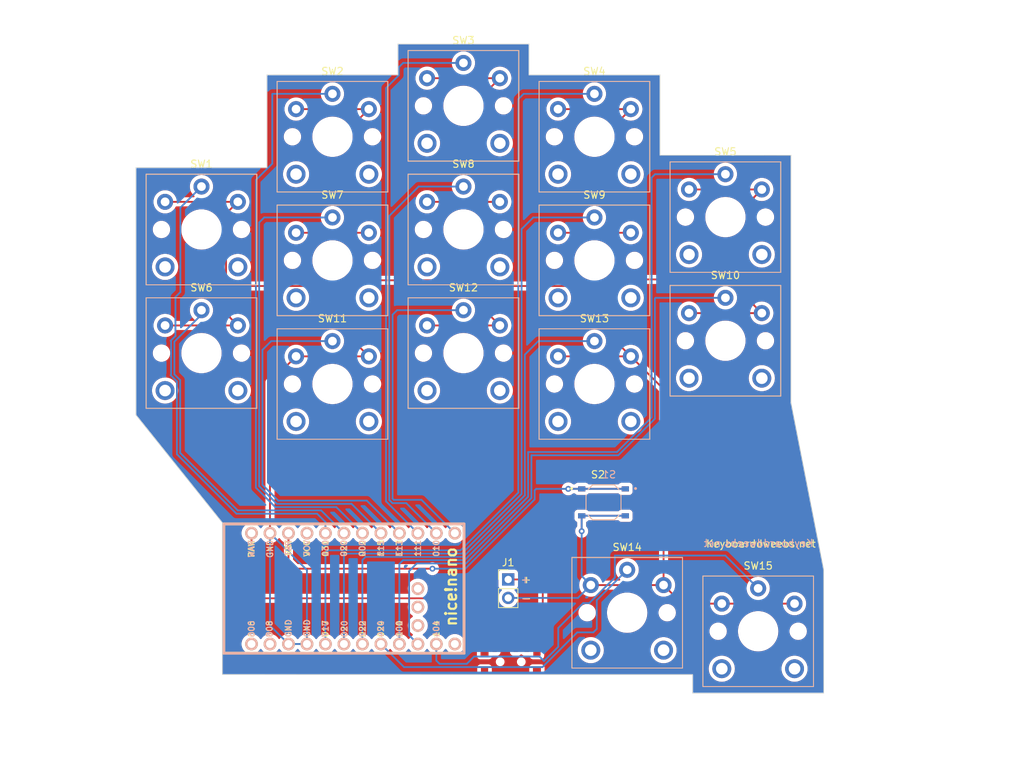
<source format=kicad_pcb>
(kicad_pcb (version 20221018) (generator pcbnew)
  (layers (0 "F.Cu" signal) (31 "B.Cu" signal) (34 "B.Paste" user) (35 "F.Paste" user) (36 "B.SilkS" user "B.Silkscreen") (37 "F.SilkS" user "F.Silkscreen") (38 "B.Mask" user) (39 "F.Mask" user) (44 "Edge.Cuts" user))
  (net 0 "")
  (net 5 "GND")
  (net 9 "SW1")
  (net 10 "SW2")
  (net 11 "SW3")
  (net 12 "SW4")
  (net 13 "SW5")
  (net 14 "SW6")
  (net 15 "SW7")
  (net 16 "SW8")
  (net 17 "SW9")
  (net 18 "SW10")
  (net 19 "SW11")
  (net 20 "SW12")
  (net 21 "SW13")
  (net 22 "SW14")
  (net 23 "SW15")
  (net 24 "batin")
  (net 25 "bat")
  (net 26 "nil")
  (net 27 "RST")
  (footprint "PCM_Switch_Keyboard_Kailh:SW_Kailh_Choc_V1V2_1.00u - Reversable" (layer "F.Cu") (at 106.392 81.76)
    (fp_text reference "SW11" (at 0 -9) (layer "F.SilkS"))
    (fp_text value "SW_PUSH")
    (pad "" np_thru_hole circle (at -5.5 0) (size 1.9 1.9) (drill 1.9) (layers "*.Cu" "*.Mask"))
    (pad "" thru_hole circle (at -5 5.15) (size 2.6 2.6) (drill 1.6) (layers "*.Cu" "*.Mask"))
    (pad "" np_thru_hole circle (at 0 0) (size 5.05 5.05) (drill 5.05) (layers "*.Cu" "*.Mask"))
    (pad "" thru_hole circle (at 5 5.15) (size 2.6 2.6) (drill 1.6) (layers "*.Cu" "*.Mask"))
    (pad "" np_thru_hole circle (at 5.5 0) (size 1.9 1.9) (drill 1.9) (layers "*.Cu" "*.Mask"))
    (pad "1" thru_hole circle (at 0 -5.9) (size 2.2 2.2) (drill 1.2) (layers "*.Cu" "*.Mask") (net 19 "SW11"))
    (pad "2" thru_hole circle (at -5 -3.8) (size 2.2 2.2) (drill 1.2) (layers "*.Cu" "*.Mask") (net 5 "GND"))
    (pad "2" thru_hole circle (at 5 -3.8) (size 2.2 2.2) (drill 1.2) (layers "*.Cu" "*.Mask") (net 5 "GND"))
  )
  (footprint "PCM_Switch_Keyboard_Kailh:SW_Kailh_Choc_V1V2_1.00u - Reversable" (layer "F.Cu") (at 124.392 60.51)
    (fp_text reference "SW8" (at 0 -9) (layer "F.SilkS"))
    (fp_text value "SW_PUSH")
    (pad "" np_thru_hole circle (at -5.5 0) (size 1.9 1.9) (drill 1.9) (layers "*.Cu" "*.Mask"))
    (pad "" thru_hole circle (at -5 5.15) (size 2.6 2.6) (drill 1.6) (layers "*.Cu" "*.Mask"))
    (pad "" np_thru_hole circle (at 0 0) (size 5.05 5.05) (drill 5.05) (layers "*.Cu" "*.Mask"))
    (pad "" thru_hole circle (at 5 5.15) (size 2.6 2.6) (drill 1.6) (layers "*.Cu" "*.Mask"))
    (pad "" np_thru_hole circle (at 5.5 0) (size 1.9 1.9) (drill 1.9) (layers "*.Cu" "*.Mask"))
    (pad "1" thru_hole circle (at 0 -5.9) (size 2.2 2.2) (drill 1.2) (layers "*.Cu" "*.Mask") (net 16 "SW8"))
    (pad "2" thru_hole circle (at -5 -3.8) (size 2.2 2.2) (drill 1.2) (layers "*.Cu" "*.Mask") (net 5 "GND"))
    (pad "2" thru_hole circle (at 5 -3.8) (size 2.2 2.2) (drill 1.2) (layers "*.Cu" "*.Mask") (net 5 "GND"))
  )
  (footprint "Connector_PinHeader_2.54mm:PinHeader_1x02_P2.54mm_Vertical" (layer "F.Cu") (at 130.54 108.635)
    (fp_text reference "J1" (at 0 -2.33) (layer "F.SilkS"))
    (fp_text value "Conn_01x02")
    (pad "1" thru_hole rect (at 0 0) (size 1.7 1.7) (drill 1) (layers "*.Cu" "*.Mask") (net 25 "bat"))
    (pad "2" thru_hole oval (at 0 2.54) (size 1.7 1.7) (drill 1) (layers "*.Cu" "*.Mask") (net 5 "GND"))
  )
  (footprint "PCM_Switch_Keyboard_Kailh:SW_Kailh_Choc_V1V2_1.00u - Reversable" (layer "F.Cu") (at 124.392 43.51)
    (fp_text reference "SW3" (at 0 -9) (layer "F.SilkS"))
    (fp_text value "SW_PUSH")
    (pad "" np_thru_hole circle (at -5.5 0) (size 1.9 1.9) (drill 1.9) (layers "*.Cu" "*.Mask"))
    (pad "" thru_hole circle (at -5 5.15) (size 2.6 2.6) (drill 1.6) (layers "*.Cu" "*.Mask"))
    (pad "" np_thru_hole circle (at 0 0) (size 5.05 5.05) (drill 5.05) (layers "*.Cu" "*.Mask"))
    (pad "" thru_hole circle (at 5 5.15) (size 2.6 2.6) (drill 1.6) (layers "*.Cu" "*.Mask"))
    (pad "" np_thru_hole circle (at 5.5 0) (size 1.9 1.9) (drill 1.9) (layers "*.Cu" "*.Mask"))
    (pad "1" thru_hole circle (at 0 -5.9) (size 2.2 2.2) (drill 1.2) (layers "*.Cu" "*.Mask") (net 11 "SW3"))
    (pad "2" thru_hole circle (at -5 -3.8) (size 2.2 2.2) (drill 1.2) (layers "*.Cu" "*.Mask") (net 5 "GND"))
    (pad "2" thru_hole circle (at 5 -3.8) (size 2.2 2.2) (drill 1.2) (layers "*.Cu" "*.Mask") (net 5 "GND"))
  )
  (footprint "PCM_Switch_Keyboard_Kailh:SW_Kailh_Choc_V1V2_1.00u - Reversable" (layer "F.Cu") (at 160.392 75.81)
    (fp_text reference "SW10" (at 0 -9) (layer "F.SilkS"))
    (fp_text value "SW_PUSH")
    (pad "" np_thru_hole circle (at -5.5 0) (size 1.9 1.9) (drill 1.9) (layers "*.Cu" "*.Mask"))
    (pad "" thru_hole circle (at -5 5.15) (size 2.6 2.6) (drill 1.6) (layers "*.Cu" "*.Mask"))
    (pad "" np_thru_hole circle (at 0 0) (size 5.05 5.05) (drill 5.05) (layers "*.Cu" "*.Mask"))
    (pad "" thru_hole circle (at 5 5.15) (size 2.6 2.6) (drill 1.6) (layers "*.Cu" "*.Mask"))
    (pad "" np_thru_hole circle (at 5.5 0) (size 1.9 1.9) (drill 1.9) (layers "*.Cu" "*.Mask"))
    (pad "1" thru_hole circle (at 0 -5.9) (size 2.2 2.2) (drill 1.2) (layers "*.Cu" "*.Mask") (net 18 "SW10"))
    (pad "2" thru_hole circle (at -5 -3.8) (size 2.2 2.2) (drill 1.2) (layers "*.Cu" "*.Mask") (net 5 "GND"))
    (pad "2" thru_hole circle (at 5 -3.8) (size 2.2 2.2) (drill 1.2) (layers "*.Cu" "*.Mask") (net 5 "GND"))
  )
  (footprint "PCM_Switch_Keyboard_Kailh:SW_Kailh_Choc_V1V2_1.00u - Reversable" (layer "F.Cu") (at 106.392 64.76)
    (fp_text reference "SW7" (at 0 -9) (layer "F.SilkS"))
    (fp_text value "SW_PUSH")
    (pad "" np_thru_hole circle (at -5.5 0) (size 1.9 1.9) (drill 1.9) (layers "*.Cu" "*.Mask"))
    (pad "" thru_hole circle (at -5 5.15) (size 2.6 2.6) (drill 1.6) (layers "*.Cu" "*.Mask"))
    (pad "" np_thru_hole circle (at 0 0) (size 5.05 5.05) (drill 5.05) (layers "*.Cu" "*.Mask"))
    (pad "" thru_hole circle (at 5 5.15) (size 2.6 2.6) (drill 1.6) (layers "*.Cu" "*.Mask"))
    (pad "" np_thru_hole circle (at 5.5 0) (size 1.9 1.9) (drill 1.9) (layers "*.Cu" "*.Mask"))
    (pad "1" thru_hole circle (at 0 -5.9) (size 2.2 2.2) (drill 1.2) (layers "*.Cu" "*.Mask") (net 15 "SW7"))
    (pad "2" thru_hole circle (at -5 -3.8) (size 2.2 2.2) (drill 1.2) (layers "*.Cu" "*.Mask") (net 5 "GND"))
    (pad "2" thru_hole circle (at 5 -3.8) (size 2.2 2.2) (drill 1.2) (layers "*.Cu" "*.Mask") (net 5 "GND"))
  )
  (footprint "PCM_Switch_Keyboard_Kailh:SW_Kailh_Choc_V1V2_1.00u - Reversable" (layer "F.Cu") (at 142.392 81.76)
    (fp_text reference "SW13" (at 0 -9) (layer "F.SilkS"))
    (fp_text value "SW_PUSH")
    (pad "" np_thru_hole circle (at -5.5 0) (size 1.9 1.9) (drill 1.9) (layers "*.Cu" "*.Mask"))
    (pad "" thru_hole circle (at -5 5.15) (size 2.6 2.6) (drill 1.6) (layers "*.Cu" "*.Mask"))
    (pad "" np_thru_hole circle (at 0 0) (size 5.05 5.05) (drill 5.05) (layers "*.Cu" "*.Mask"))
    (pad "" thru_hole circle (at 5 5.15) (size 2.6 2.6) (drill 1.6) (layers "*.Cu" "*.Mask"))
    (pad "" np_thru_hole circle (at 5.5 0) (size 1.9 1.9) (drill 1.9) (layers "*.Cu" "*.Mask"))
    (pad "1" thru_hole circle (at 0 -5.9) (size 2.2 2.2) (drill 1.2) (layers "*.Cu" "*.Mask") (net 21 "SW13"))
    (pad "2" thru_hole circle (at -5 -3.8) (size 2.2 2.2) (drill 1.2) (layers "*.Cu" "*.Mask") (net 5 "GND"))
    (pad "2" thru_hole circle (at 5 -3.8) (size 2.2 2.2) (drill 1.2) (layers "*.Cu" "*.Mask") (net 5 "GND"))
  )
  (footprint "PCM_Switch_Keyboard_Kailh:SW_Kailh_Choc_V1V2_1.00u - Reversable" (layer "F.Cu") (at 88.392 77.51)
    (fp_text reference "SW6" (at 0 -9) (layer "F.SilkS"))
    (fp_text value "SW_PUSH")
    (pad "" np_thru_hole circle (at -5.5 0) (size 1.9 1.9) (drill 1.9) (layers "*.Cu" "*.Mask"))
    (pad "" thru_hole circle (at -5 5.15) (size 2.6 2.6) (drill 1.6) (layers "*.Cu" "*.Mask"))
    (pad "" np_thru_hole circle (at 0 0) (size 5.05 5.05) (drill 5.05) (layers "*.Cu" "*.Mask"))
    (pad "" thru_hole circle (at 5 5.15) (size 2.6 2.6) (drill 1.6) (layers "*.Cu" "*.Mask"))
    (pad "" np_thru_hole circle (at 5.5 0) (size 1.9 1.9) (drill 1.9) (layers "*.Cu" "*.Mask"))
    (pad "1" thru_hole circle (at 0 -5.9) (size 2.2 2.2) (drill 1.2) (layers "*.Cu" "*.Mask") (net 14 "SW6"))
    (pad "2" thru_hole circle (at -5 -3.8) (size 2.2 2.2) (drill 1.2) (layers "*.Cu" "*.Mask") (net 5 "GND"))
    (pad "2" thru_hole circle (at 5 -3.8) (size 2.2 2.2) (drill 1.2) (layers "*.Cu" "*.Mask") (net 5 "GND"))
  )
  (footprint "PCM_Switch_Keyboard_Kailh:SW_Kailh_Choc_V1V2_1.00u - Reversable" (layer "F.Cu") (at 142.392 47.76)
    (fp_text reference "SW4" (at 0 -9) (layer "F.SilkS"))
    (fp_text value "SW_PUSH")
    (pad "" np_thru_hole circle (at -5.5 0) (size 1.9 1.9) (drill 1.9) (layers "*.Cu" "*.Mask"))
    (pad "" thru_hole circle (at -5 5.15) (size 2.6 2.6) (drill 1.6) (layers "*.Cu" "*.Mask"))
    (pad "" np_thru_hole circle (at 0 0) (size 5.05 5.05) (drill 5.05) (layers "*.Cu" "*.Mask"))
    (pad "" thru_hole circle (at 5 5.15) (size 2.6 2.6) (drill 1.6) (layers "*.Cu" "*.Mask"))
    (pad "" np_thru_hole circle (at 5.5 0) (size 1.9 1.9) (drill 1.9) (layers "*.Cu" "*.Mask"))
    (pad "1" thru_hole circle (at 0 -5.9) (size 2.2 2.2) (drill 1.2) (layers "*.Cu" "*.Mask") (net 12 "SW4"))
    (pad "2" thru_hole circle (at -5 -3.8) (size 2.2 2.2) (drill 1.2) (layers "*.Cu" "*.Mask") (net 5 "GND"))
    (pad "2" thru_hole circle (at 5 -3.8) (size 2.2 2.2) (drill 1.2) (layers "*.Cu" "*.Mask") (net 5 "GND"))
  )
  (footprint "PCM_Switch_Keyboard_Kailh:SW_Kailh_Choc_V1V2_1.00u - Reversable" (layer "F.Cu") (at 124.392 77.51)
    (fp_text reference "SW12" (at 0 -9) (layer "F.SilkS"))
    (fp_text value "SW_PUSH")
    (pad "" np_thru_hole circle (at -5.5 0) (size 1.9 1.9) (drill 1.9) (layers "*.Cu" "*.Mask"))
    (pad "" thru_hole circle (at -5 5.15) (size 2.6 2.6) (drill 1.6) (layers "*.Cu" "*.Mask"))
    (pad "" np_thru_hole circle (at 0 0) (size 5.05 5.05) (drill 5.05) (layers "*.Cu" "*.Mask"))
    (pad "" thru_hole circle (at 5 5.15) (size 2.6 2.6) (drill 1.6) (layers "*.Cu" "*.Mask"))
    (pad "" np_thru_hole circle (at 5.5 0) (size 1.9 1.9) (drill 1.9) (layers "*.Cu" "*.Mask"))
    (pad "1" thru_hole circle (at 0 -5.9) (size 2.2 2.2) (drill 1.2) (layers "*.Cu" "*.Mask") (net 20 "SW12"))
    (pad "2" thru_hole circle (at -5 -3.8) (size 2.2 2.2) (drill 1.2) (layers "*.Cu" "*.Mask") (net 5 "GND"))
    (pad "2" thru_hole circle (at 5 -3.8) (size 2.2 2.2) (drill 1.2) (layers "*.Cu" "*.Mask") (net 5 "GND"))
  )
  (footprint "n!n:nice_nano" (layer "F.Cu") (at 109.23675 109.89)
    (fp_text reference "U1" hide)
    (fp_text value "nice_nano" hide)
    (fp_text user "017" (at -3.81 5.53719 90) (layer "B.SilkS") (effects (font (size 0.8 0.8)) (justify mirror)))
    (fp_text user "115" (at 3.81 -5.537191 90) (layer "B.SilkS") (effects (font (size 0.8 0.8)) (justify mirror)))
    (fp_text user "031" (at -3.81 -5.537191 90) (layer "B.SilkS") (effects (font (size 0.8 0.8)) (justify mirror)))
    (fp_text user "100" (at 6.35 5.53719 90) (layer "B.SilkS") (effects (font (size 0.8 0.8)) (justify mirror)))
    (fp_text user "022" (at 1.3 5.53719 90) (layer "B.SilkS") (effects (font (size 0.8 0.8)) (justify mirror)))
    (fp_text user "GND" (at -8.89 5.461 90) (layer "B.SilkS") (effects (font (size 0.8 0.8)) (justify mirror)))
    (fp_text user "010" (at 11.43 -5.537191 90) (layer "B.SilkS") (effects (font (size 0.8 0.8)) (justify mirror)))
    (fp_text user "RAW" (at -13.97 -5.473715 90) (layer "B.SilkS") (effects (font (size 0.8 0.8)) (justify mirror)))
    (fp_text user "020" (at -1.2 5.53719 90) (layer "B.SilkS") (effects (font (size 0.8 0.8)) (justify mirror)))
    (fp_text user "104" (at 11.43 5.53719 90) (layer "B.SilkS") (effects (font (size 0.8 0.8)) (justify mirror)))
    (fp_text user "GND" (at -6.35 5.461 90) (layer "B.SilkS") (effects (font (size 0.8 0.8)) (justify mirror)))
    (fp_text user "RST" (at -8.89 -5.588 90) (layer "B.SilkS") (effects (font (size 0.8 0.8)) (justify mirror)))
    (fp_text user "GND" (at -11.43 -5.454667 90) (layer "B.SilkS") (effects (font (size 0.8 0.8)) (justify mirror)))
    (fp_text user "006" (at -13.97 5.53719 90) (layer "B.SilkS") (effects (font (size 0.8 0.8)) (justify mirror)))
    (fp_text user "008" (at -11.5 5.53719 90) (layer "B.SilkS") (effects (font (size 0.8 0.8)) (justify mirror)))
    (fp_text user "VCC" (at -6.35 -5.537191 90) (layer "B.SilkS") (effects (font (size 0.8 0.8)) (justify mirror)))
    (fp_text user "024" (at 3.8 5.53719 90) (layer "B.SilkS") (effects (font (size 0.8 0.8)) (justify mirror)))
    (fp_text user "113" (at 6.35 -5.537191 90) (layer "B.SilkS") (effects (font (size 0.8 0.8)) (justify mirror)))
    (fp_text user "111" (at 8.89 -5.537191 90) (layer "B.SilkS") (effects (font (size 0.8 0.8)) (justify mirror)))
    (fp_text user "029" (at -1.27 -5.537191 90) (layer "B.SilkS") (effects (font (size 0.8 0.8)) (justify mirror)))
    (fp_text user "002" (at 1.27 -5.537191 90) (layer "B.SilkS") (effects (font (size 0.8 0.8)) (justify mirror)))
    (fp_text user "100" (at 6.35 5.53719 90) (layer "F.SilkS") (effects (font (size 0.8 0.8))))
    (fp_text user "VCC" (at -6.35 -5.537191 90) (layer "F.SilkS") (effects (font (size 0.8 0.8))))
    (fp_text user "010" (at 11.43 -5.537191 90) (layer "F.SilkS") (effects (font (size 0.8 0.8))))
    (fp_text user "RAW" (at -13.97 -5.473715 90) (layer "F.SilkS") (effects (font (size 0.8 0.8))))
    (fp_text user "031" (at -3.81 -5.537191 90) (layer "F.SilkS") (effects (font (size 0.8 0.8))))
    (fp_text user "GND" (at -8.89 5.461 90) (layer "F.SilkS") (effects (font (size 0.8 0.8))))
    (fp_text user "006" (at -13.97 5.53719 90) (layer "F.SilkS") (effects (font (size 0.8 0.8))))
    (fp_text user "GND" (at -6.35 5.461 90) (layer "F.SilkS") (effects (font (size 0.8 0.8))))
    (fp_text user "017" (at -3.8 5.53719 90) (layer "F.SilkS") (effects (font (size 0.8 0.8))))
    (fp_text user "008" (at -11.5 5.53719 90) (layer "F.SilkS") (effects (font (size 0.8 0.8))))
    (fp_text user "002" (at 1.27 -5.537191 90) (layer "F.SilkS") (effects (font (size 0.8 0.8))))
    (fp_text user "GND" (at -11.43 -5.454667 90) (layer "F.SilkS") (effects (font (size 0.8 0.8))))
    (fp_text user "022" (at 1.3 5.53719 90) (layer "F.SilkS") (effects (font (size 0.8 0.8))))
    (fp_text user "024" (at 3.81 5.53719 90) (layer "F.SilkS") (effects (font (size 0.8 0.8))))
    (fp_text user "111" (at 8.89 -5.537191 90) (layer "F.SilkS") (effects (font (size 0.8 0.8))))
    (fp_text user "nice!nano" (at 13.462 -0.254 90) (layer "F.SilkS") (effects (font (size 1.5 1.5) (thickness 0.3))))
    (fp_text user "115" (at 3.81 -5.537191 90) (layer "F.SilkS") (effects (font (size 0.8 0.8))))
    (fp_text user "RST" (at -8.89 -5.588 90) (layer "F.SilkS") (effects (font (size 0.8 0.8))))
    (fp_text user "029" (at -1.27 -5.537191 90) (layer "F.SilkS") (effects (font (size 0.8 0.8))))
    (fp_text user "104" (at 11.43 5.53719 90) (layer "F.SilkS") (effects (font (size 0.8 0.8))))
    (fp_text user "020" (at -1.2 5.53719 90) (layer "F.SilkS") (effects (font (size 0.8 0.8))))
    (fp_text user "113" (at 6.35 -5.537191 90) (layer "F.SilkS") (effects (font (size 0.8 0.8))))
    (pad "1" thru_hole circle (at -13.97 7.62) (size 1.7526 1.7526) (drill 1.0922) (layers "*.Cu" "*.SilkS" "*.Mask"))
    (pad "2" thru_hole circle (at -11.43 7.62) (size 1.7526 1.7526) (drill 1.0922) (layers "*.Cu" "*.SilkS" "*.Mask"))
    (pad "3" thru_hole circle (at -8.89 7.62) (size 1.7526 1.7526) (drill 1.0922) (layers "*.Cu" "*.SilkS" "*.Mask") (net 5 "GND"))
    (pad "4" thru_hole circle (at -6.35 7.62) (size 1.7526 1.7526) (drill 1.0922) (layers "*.Cu" "*.SilkS" "*.Mask") (net 5 "GND"))
    (pad "5" thru_hole circle (at -3.81 7.62) (size 1.7526 1.7526) (drill 1.0922) (layers "*.Cu" "*.SilkS" "*.Mask") (net 12 "SW4"))
    (pad "6" thru_hole circle (at -1.27 7.62) (size 1.7526 1.7526) (drill 1.0922) (layers "*.Cu" "*.SilkS" "*.Mask") (net 17 "SW9"))
    (pad "7" thru_hole circle (at 1.27 7.62) (size 1.7526 1.7526) (drill 1.0922) (layers "*.Cu" "*.SilkS" "*.Mask") (net 21 "SW13"))
    (pad "8" thru_hole circle (at 3.81 7.62) (size 1.7526 1.7526) (drill 1.0922) (layers "*.Cu" "*.SilkS" "*.Mask") (net 22 "SW14"))
    (pad "9" thru_hole circle (at 6.35 7.62) (size 1.7526 1.7526) (drill 1.0922) (layers "*.Cu" "*.SilkS" "*.Mask") (net 13 "SW5"))
    (pad "10" thru_hole circle (at 8.89 7.62) (size 1.7526 1.7526) (drill 1.0922) (layers "*.Cu" "*.SilkS" "*.Mask") (net 18 "SW10"))
    (pad "11" thru_hole circle (at 11.43 7.62) (size 1.7526 1.7526) (drill 1.0922) (layers "*.Cu" "*.SilkS" "*.Mask") (net 23 "SW15"))
    (pad "12" thru_hole circle (at 13.97 7.62) (size 1.7526 1.7526) (drill 1.0922) (layers "*.Cu" "*.SilkS" "*.Mask"))
    (pad "13" thru_hole circle (at 13.97 -7.62) (size 1.7526 1.7526) (drill 1.0922) (layers "*.Cu" "*.SilkS" "*.Mask") (net 20 "SW12"))
    (pad "14" thru_hole circle (at 11.43 -7.62) (size 1.7526 1.7526) (drill 1.0922) (layers "*.Cu" "*.SilkS" "*.Mask") (net 16 "SW8"))
    (pad "15" thru_hole circle (at 8.89 -7.62) (size 1.7526 1.7526) (drill 1.0922) (layers "*.Cu" "*.SilkS" "*.Mask") (net 11 "SW3"))
    (pad "16" thru_hole circle (at 6.35 -7.62) (size 1.7526 1.7526) (drill 1.0922) (layers "*.Cu" "*.SilkS" "*.Mask") (net 19 "SW11"))
    (pad "17" thru_hole circle (at 3.81 -7.62) (size 1.7526 1.7526) (drill 1.0922) (layers "*.Cu" "*.SilkS" "*.Mask") (net 15 "SW7"))
    (pad "18" thru_hole circle (at 1.27 -7.62) (size 1.7526 1.7526) (drill 1.0922) (layers "*.Cu" "*.SilkS" "*.Mask") (net 10 "SW2"))
    (pad "19" thru_hole circle (at -1.27 -7.62) (size 1.7526 1.7526) (drill 1.0922) (layers "*.Cu" "*.SilkS" "*.Mask") (net 14 "SW6"))
    (pad "20" thru_hole circle (at -3.81 -7.62) (size 1.7526 1.7526) (drill 1.0922) (layers "*.Cu" "*.SilkS" "*.Mask") (net 9 "SW1"))
    (pad "21" thru_hole circle (at -6.35 -7.62) (size 1.7526 1.7526) (drill 1.0922) (layers "*.Cu" "*.SilkS" "*.Mask"))
    (pad "22" thru_hole circle (at -8.89 -7.62) (size 1.7526 1.7526) (drill 1.0922) (layers "*.Cu" "*.SilkS" "*.Mask") (net 27 "RST"))
    (pad "23" thru_hole circle (at -11.43 -7.62) (size 1.7526 1.7526) (drill 1.0922) (layers "*.Cu" "*.SilkS" "*.Mask") (net 5 "GND"))
    (pad "24" thru_hole circle (at -13.97 -7.62) (size 1.7526 1.7526) (drill 1.0922) (layers "*.Cu" "*.SilkS" "*.Mask") (net 24 "batin"))
    (pad "31" thru_hole circle (at 8.89 5.08) (size 1.7526 1.7526) (drill 1.0922) (layers "*.Cu" "*.SilkS" "*.Mask"))
    (pad "32" thru_hole circle (at 8.89 2.54) (size 1.7526 1.7526) (drill 1.0922) (layers "*.Cu" "*.SilkS" "*.Mask"))
    (pad "33" thru_hole circle (at 8.89 0) (size 1.7526 1.7526) (drill 1.0922) (layers "*.Cu" "*.SilkS" "*.Mask"))
  )
  (footprint "PCM_Switch_Keyboard_Kailh:SW_Kailh_Choc_V1V2_1.00u - Reversable" (layer "F.Cu") (at 164.892 115.76)
    (fp_text reference "SW15" (at 0 -9) (layer "F.SilkS"))
    (fp_text value "SW_PUSH")
    (pad "" np_thru_hole circle (at -5.5 0) (size 1.9 1.9) (drill 1.9) (layers "*.Cu" "*.Mask"))
    (pad "" thru_hole circle (at -5 5.15) (size 2.6 2.6) (drill 1.6) (layers "*.Cu" "*.Mask"))
    (pad "" np_thru_hole circle (at 0 0) (size 5.05 5.05) (drill 5.05) (layers "*.Cu" "*.Mask"))
    (pad "" thru_hole circle (at 5 5.15) (size 2.6 2.6) (drill 1.6) (layers "*.Cu" "*.Mask"))
    (pad "" np_thru_hole circle (at 5.5 0) (size 1.9 1.9) (drill 1.9) (layers "*.Cu" "*.Mask"))
    (pad "1" thru_hole circle (at 0 -5.9) (size 2.2 2.2) (drill 1.2) (layers "*.Cu" "*.Mask") (net 23 "SW15"))
    (pad "2" thru_hole circle (at -5 -3.8) (size 2.2 2.2) (drill 1.2) (layers "*.Cu" "*.Mask") (net 5 "GND"))
    (pad "2" thru_hole circle (at 5 -3.8) (size 2.2 2.2) (drill 1.2) (layers "*.Cu" "*.Mask") (net 5 "GND"))
  )
  (footprint "PCM_Switch_Keyboard_Kailh:SW_Kailh_Choc_V1V2_1.00u - Reversable" (layer "F.Cu") (at 88.392 60.51)
    (fp_text reference "SW1" (at 0 -9) (layer "F.SilkS"))
    (fp_text value "SW_PUSH")
    (pad "" np_thru_hole circle (at -5.5 0) (size 1.9 1.9) (drill 1.9) (layers "*.Cu" "*.Mask"))
    (pad "" thru_hole circle (at -5 5.15) (size 2.6 2.6) (drill 1.6) (layers "*.Cu" "*.Mask"))
    (pad "" np_thru_hole circle (at 0 0) (size 5.05 5.05) (drill 5.05) (layers "*.Cu" "*.Mask"))
    (pad "" thru_hole circle (at 5 5.15) (size 2.6 2.6) (drill 1.6) (layers "*.Cu" "*.Mask"))
    (pad "" np_thru_hole circle (at 5.5 0) (size 1.9 1.9) (drill 1.9) (layers "*.Cu" "*.Mask"))
    (pad "1" thru_hole circle (at 0 -5.9) (size 2.2 2.2) (drill 1.2) (layers "*.Cu" "*.Mask") (net 9 "SW1"))
    (pad "2" thru_hole circle (at -5 -3.8) (size 2.2 2.2) (drill 1.2) (layers "*.Cu" "*.Mask") (net 5 "GND"))
    (pad "2" thru_hole circle (at 5 -3.8) (size 2.2 2.2) (drill 1.2) (layers "*.Cu" "*.Mask") (net 5 "GND"))
  )
  (footprint "switch:switch-MSK-12C02-smd" (layer "F.Cu") (at 130.89 121.31 90)
    (fp_text reference "SW16")
    (fp_text value "SW_SPDT")
    (pad "" smd rect (at 0.207 -3.6 180) (size 1 0.6) (layers "F.Cu" "F.Paste" "F.Mask"))
    (pad "" smd rect (at 0.207 3.6 180) (size 1.1 0.6) (layers "F.Cu" "F.Paste" "F.Mask"))
    (pad "" np_thru_hole circle (at 1.35 -1.45 270) (size 0.7 0.7) (drill 0.7) (layers "*.Cu" "*.Mask"))
    (pad "" np_thru_hole circle (at 1.35 1.45 270) (size 0.7 0.7) (drill 0.7) (layers "*.Cu" "*.Mask"))
    (pad "" smd rect (at 2.493 -3.6 180) (size 1.1 0.6) (layers "F.Cu" "F.Paste" "F.Mask"))
    (pad "" smd rect (at 2.493 3.6 180) (size 1 0.6) (layers "F.Cu" "F.Paste" "F.Mask"))
    (pad "1" smd rect (at 3.2 -2.2 270) (size 1 0.6) (layers "F.Cu" "F.Paste" "F.Mask") (net 24 "batin"))
    (pad "2" smd rect (at 3.2 0.7 270) (size 1 0.6) (layers "F.Cu" "F.Paste" "F.Mask") (net 25 "bat"))
    (pad "3" smd rect (at 3.2 2.2 270) (size 1 0.6) (layers "F.Cu" "F.Paste" "F.Mask") (net 26 "nil"))
  )
  (footprint "pts526:SW_PTS526_SM08_SMTR2_LFS" (layer "F.Cu") (at 143.64 98.03)
    (fp_text reference "S2" (at -0.762 -3.81) (layer "F.SilkS"))
    (fp_text value "PTS526_SM08_SMTR2_LFS")
    (pad "1" smd rect (at -3 -1.85) (size 1 0.7) (layers "F.Cu" "F.Paste" "F.Mask") (net 27 "RST"))
    (pad "2" smd rect (at 3 -1.85) (size 1 0.7) (layers "F.Cu" "F.Paste" "F.Mask") (net 27 "RST"))
    (pad "3" smd rect (at -3 1.85) (size 1 0.7) (layers "F.Cu" "F.Paste" "F.Mask") (net 5 "GND"))
    (pad "4" smd rect (at 3 1.85) (size 1 0.7) (layers "F.Cu" "F.Paste" "F.Mask") (net 5 "GND"))
  )
  (footprint "PCM_Switch_Keyboard_Kailh:SW_Kailh_Choc_V1V2_1.00u - Reversable" (layer "F.Cu") (at 160.392 58.81)
    (fp_text reference "SW5" (at 0 -9) (layer "F.SilkS"))
    (fp_text value "SW_PUSH")
    (pad "" np_thru_hole circle (at -5.5 0) (size 1.9 1.9) (drill 1.9) (layers "*.Cu" "*.Mask"))
    (pad "" thru_hole circle (at -5 5.15) (size 2.6 2.6) (drill 1.6) (layers "*.Cu" "*.Mask"))
    (pad "" np_thru_hole circle (at 0 0) (size 5.05 5.05) (drill 5.05) (layers "*.Cu" "*.Mask"))
    (pad "" thru_hole circle (at 5 5.15) (size 2.6 2.6) (drill 1.6) (layers "*.Cu" "*.Mask"))
    (pad "" np_thru_hole circle (at 5.5 0) (size 1.9 1.9) (drill 1.9) (layers "*.Cu" "*.Mask"))
    (pad "1" thru_hole circle (at 0 -5.9) (size 2.2 2.2) (drill 1.2) (layers "*.Cu" "*.Mask") (net 13 "SW5"))
    (pad "2" thru_hole circle (at -5 -3.8) (size 2.2 2.2) (drill 1.2) (layers "*.Cu" "*.Mask") (net 5 "GND"))
    (pad "2" thru_hole circle (at 5 -3.8) (size 2.2 2.2) (drill 1.2) (layers "*.Cu" "*.Mask") (net 5 "GND"))
  )
  (footprint "PCM_Switch_Keyboard_Kailh:SW_Kailh_Choc_V1V2_1.00u - Reversable" (layer "F.Cu") (at 146.892 113.21)
    (fp_text reference "SW14" (at 0 -9) (layer "F.SilkS"))
    (fp_text value "SW_PUSH")
    (pad "" np_thru_hole circle (at -5.5 0) (size 1.9 1.9) (drill 1.9) (layers "*.Cu" "*.Mask"))
    (pad "" thru_hole circle (at -5 5.15) (size 2.6 2.6) (drill 1.6) (layers "*.Cu" "*.Mask"))
    (pad "" np_thru_hole circle (at 0 0) (size 5.05 5.05) (drill 5.05) (layers "*.Cu" "*.Mask"))
    (pad "" thru_hole circle (at 5 5.15) (size 2.6 2.6) (drill 1.6) (layers "*.Cu" "*.Mask"))
    (pad "" np_thru_hole circle (at 5.5 0) (size 1.9 1.9) (drill 1.9) (layers "*.Cu" "*.Mask"))
    (pad "1" thru_hole circle (at 0 -5.9) (size 2.2 2.2) (drill 1.2) (layers "*.Cu" "*.Mask") (net 22 "SW14"))
    (pad "2" thru_hole circle (at -5 -3.8) (size 2.2 2.2) (drill 1.2) (layers "*.Cu" "*.Mask") (net 5 "GND"))
    (pad "2" thru_hole circle (at 5 -3.8) (size 2.2 2.2) (drill 1.2) (layers "*.Cu" "*.Mask") (net 5 "GND"))
  )
  (footprint "PCM_Switch_Keyboard_Kailh:SW_Kailh_Choc_V1V2_1.00u - Reversable" (layer "F.Cu") (at 106.392 47.76)
    (fp_text reference "SW2" (at 0 -9) (layer "F.SilkS"))
    (fp_text value "SW_PUSH")
    (pad "" np_thru_hole circle (at -5.5 0) (size 1.9 1.9) (drill 1.9) (layers "*.Cu" "*.Mask"))
    (pad "" thru_hole circle (at -5 5.15) (size 2.6 2.6) (drill 1.6) (layers "*.Cu" "*.Mask"))
    (pad "" np_thru_hole circle (at 0 0) (size 5.05 5.05) (drill 5.05) (layers "*.Cu" "*.Mask"))
    (pad "" thru_hole circle (at 5 5.15) (size 2.6 2.6) (drill 1.6) (layers "*.Cu" "*.Mask"))
    (pad "" np_thru_hole circle (at 5.5 0) (size 1.9 1.9) (drill 1.9) (layers "*.Cu" "*.Mask"))
    (pad "1" thru_hole circle (at 0 -5.9) (size 2.2 2.2) (drill 1.2) (layers "*.Cu" "*.Mask") (net 10 "SW2"))
    (pad "2" thru_hole circle (at -5 -3.8) (size 2.2 2.2) (drill 1.2) (layers "*.Cu" "*.Mask") (net 5 "GND"))
    (pad "2" thru_hole circle (at 5 -3.8) (size 2.2 2.2) (drill 1.2) (layers "*.Cu" "*.Mask") (net 5 "GND"))
  )
  (footprint "PCM_Switch_Keyboard_Kailh:SW_Kailh_Choc_V1V2_1.00u - Reversable" (layer "F.Cu") (at 142.392 64.76)
    (fp_text reference "SW9" (at 0 -9) (layer "F.SilkS"))
    (fp_text value "SW_PUSH")
    (pad "" np_thru_hole circle (at -5.5 0) (size 1.9 1.9) (drill 1.9) (layers "*.Cu" "*.Mask"))
    (pad "" thru_hole circle (at -5 5.15) (size 2.6 2.6) (drill 1.6) (layers "*.Cu" "*.Mask"))
    (pad "" np_thru_hole circle (at 0 0) (size 5.05 5.05) (drill 5.05) (layers "*.Cu" "*.Mask"))
    (pad "" thru_hole circle (at 5 5.15) (size 2.6 2.6) (drill 1.6) (layers "*.Cu" "*.Mask"))
    (pad "" np_thru_hole circle (at 5.5 0) (size 1.9 1.9) (drill 1.9) (layers "*.Cu" "*.Mask"))
    (pad "1" thru_hole circle (at 0 -5.9) (size 2.2 2.2) (drill 1.2) (layers "*.Cu" "*.Mask") (net 17 "SW9"))
    (pad "2" thru_hole circle (at -5 -3.8) (size 2.2 2.2) (drill 1.2) (layers "*.Cu" "*.Mask") (net 5 "GND"))
    (pad "2" thru_hole circle (at 5 -3.8) (size 2.2 2.2) (drill 1.2) (layers "*.Cu" "*.Mask") (net 5 "GND"))
  )
  (footprint "pts526:SW_PTS526_SM08_SMTR2_LFS" (layer "B.Cu") (at 143.64 98.03 180)
    (fp_text reference "S1" (at -0.762 3.81) (layer "B.SilkS") (effects (justify mirror)))
    (fp_text value "PTS526_SM08_SMTR2_LFS")
    (pad "1" smd rect (at -3 1.85 180) (size 1 0.7) (layers "B.Cu" "B.Paste" "B.Mask") (net 27 "RST"))
    (pad "2" smd rect (at 3 1.85 180) (size 1 0.7) (layers "B.Cu" "B.Paste" "B.Mask") (net 27 "RST"))
    (pad "3" smd rect (at -3 -1.85 180) (size 1 0.7) (layers "B.Cu" "B.Paste" "B.Mask") (net 5 "GND"))
    (pad "4" smd rect (at 3 -1.85 180) (size 1 0.7) (layers "B.Cu" "B.Paste" "B.Mask") (net 5 "GND"))
  )
  (gr_line (start 115.39 39.25) (end 115.39 35.01) (stroke (width 0.1)) (layer "Edge.Cuts"))
  (gr_line (start 169.4 50.31) (end 169.4 84.31) (stroke (width 0.1)) (layer "Edge.Cuts"))
  (gr_line (start 155.89 124.26) (end 155.89 121.71) (stroke (width 0.1)) (layer "Edge.Cuts"))
  (gr_line (start 79.39 86.01) (end 79.39 52.01) (stroke (width 0.1)) (layer "Edge.Cuts"))
  (gr_line (start 137.89 121.71) (end 91.27 121.7) (stroke (width 0.1)) (layer "Edge.Cuts"))
  (gr_line (start 97.39 52.01) (end 97.39 39.26) (stroke (width 0.1)) (layer "Edge.Cuts"))
  (gr_line (start 115.39 35.01) (end 133.4 35.01) (stroke (width 0.1)) (layer "Edge.Cuts"))
  (gr_line (start 97.39 39.26) (end 115.39 39.25) (stroke (width 0.1)) (layer "Edge.Cuts"))
  (gr_line (start 173.9 124.26) (end 155.89 124.26) (stroke (width 0.1)) (layer "Edge.Cuts"))
  (gr_line (start 91.27 121.7) (end 91.27 100.84) (stroke (width 0.1)) (layer "Edge.Cuts"))
  (gr_line (start 133.4 35.01) (end 133.4 39.26) (stroke (width 0.1)) (layer "Edge.Cuts"))
  (gr_line (start 91.27 100.84) (end 79.39 86.01) (stroke (width 0.1)) (layer "Edge.Cuts"))
  (gr_line (start 155.89 121.71) (end 137.89 121.71) (stroke (width 0.1)) (layer "Edge.Cuts"))
  (gr_line (start 151.4 50.3) (end 169.4 50.31) (stroke (width 0.1)) (layer "Edge.Cuts"))
  (gr_line (start 169.4 84.31) (end 173.89 107.26) (stroke (width 0.1)) (layer "Edge.Cuts"))
  (gr_line (start 173.89 107.26) (end 173.9 124.26) (stroke (width 0.1)) (layer "Edge.Cuts"))
  (gr_line (start 151.4 39.26) (end 151.4 50.3) (stroke (width 0.1)) (layer "Edge.Cuts"))
  (gr_line (start 79.39 52.01) (end 97.39 52.01) (stroke (width 0.1)) (layer "Edge.Cuts"))
  (gr_line (start 133.4 39.26) (end 151.4 39.26) (stroke (width 0.1)) (layer "Edge.Cuts"))
  (gr_text "-" (at 133.64 111.8) (layer "B.SilkS") (effects (font (size 1 1)) (justify left bottom mirror)))
  (gr_text "Keyboarddweebs.net" (at 172.58 104.24) (layer "B.SilkS") (effects (font (size 1 1)) (justify left bottom mirror)))
  (gr_text "+" (at 133.6 109.23) (layer "B.SilkS") (effects (font (size 1 1)) (justify left bottom mirror)))
  (gr_text "-" (at 132.38 111.8) (layer "F.SilkS") (effects (font (size 1 1)) (justify left bottom)))
  (gr_text "+" (at 132.35 109.23) (layer "F.SilkS") (effects (font (size 1 1)) (justify left bottom)))
  (gr_text "Keyboarddweebs.net" (at 157.65 104.32) (layer "F.SilkS") (effects (font (size 1 1)) (justify left bottom)))
  (segment (start 163.972001 67.38) (end 164.292001 67.06) (width 0.25) (layer "F.Cu") (net 5))
  (segment (start 137.392 43.96) (end 147.392 43.96) (width 0.25) (layer "F.Cu") (net 5))
  (segment (start 109.292 60.96) (end 109.292 67.5) (width 0.25) (layer "F.Cu") (net 5))
  (segment (start 141.892 109.41) (end 151.892 109.41) (width 0.25) (layer "F.Cu") (net 5))
  (segment (start 165.392 55.01) (end 155.392 55.01) (width 0.25) (layer "F.Cu") (net 5))
  (segment (start 129.392 56.71) (end 119.392 56.71) (width 0.25) (layer "F.Cu") (net 5))
  (segment (start 127.292 56.642) (end 127.292 67.14) (width 0.25) (layer "F.Cu") (net 5))
  (segment (start 109.292 67.5) (end 126.932 67.5) (width 0.25) (layer "F.Cu") (net 5))
  (segment (start 91.767 58.335) (end 91.767 67.800999) (width 0.25) (layer "F.Cu") (net 5))
  (segment (start 129.392 73.71) (end 119.392 73.71) (width 0.25) (layer "F.Cu") (net 5))
  (segment (start 154.442 111.96) (end 151.892 109.41) (width 0.25) (layer "F.Cu") (net 5))
  (segment (start 91.767 67.800999) (end 92.292001 68.326) (width 0.25) (layer "F.Cu") (net 5))
  (segment (start 97.80675 102.27) (end 97.80675 81.54525) (width 0.25) (layer "F.Cu") (net 5))
  (segment (start 109.292 68.58) (end 108.997 68.285) (width 0.25) (layer "F.Cu") (net 5))
  (segment (start 126.932 67.5) (end 127.292 67.14) (width 0.25) (layer "F.Cu") (net 5))
  (segment (start 145.292 68.326) (end 145.292 75.86) (width 0.25) (layer "F.Cu") (net 5))
  (segment (start 164.292001 67.06) (end 164.292001 68.326) (width 0.25) (layer "F.Cu") (net 5))
  (segment (start 93.392 56.71) (end 91.767 58.335) (width 0.25) (layer "F.Cu") (net 5))
  (segment (start 129.392 39.71) (end 127.292 41.81) (width 0.25) (layer "F.Cu") (net 5))
  (segment (start 92.292001 68.326) (end 92.292001 72.610001) (width 0.25) (layer "F.Cu") (net 5))
  (segment (start 140.64 99.88) (end 140.64 102) (width 0.25) (layer "F.Cu") (net 5))
  (segment (start 127.36 56.71) (end 127.292 56.642) (width 0.25) (layer "F.Cu") (net 5))
  (segment (start 147.392 77.96) (end 137.392 77.96) (width 0.25) (layer "F.Cu") (net 5))
  (segment (start 119.392 39.71) (end 129.392 39.71) (width 0.25) (layer "F.Cu") (net 5))
  (segment (start 97.80675 81.54525) (end 101.392 77.96) (width 0.25) (layer "F.Cu") (net 5))
  (segment (start 155.392 72.01) (end 165.392 72.01) (width 0.25) (layer "F.Cu") (net 5))
  (segment (start 129.392 56.71) (end 127.36 56.71) (width 0.25) (layer "F.Cu") (net 5))
  (segment (start 109.292 68.58) (end 109.292 75.86) (width 0.25) (layer "F.Cu") (net 5))
  (segment (start 151.892 82.46) (end 147.392 77.96) (width 0.25) (layer "F.Cu") (net 5))
  (segment (start 140.64 99.88) (end 146.64 99.88) (width 0.25) (layer "F.Cu") (net 5))
  (segment (start 111.392 43.96) (end 109.292 46.06) (width 0.25) (layer "F.Cu") (net 5))
  (segment (start 127.292 67.14) (end 127.292 68.58) (width 0.25) (layer "F.Cu") (net 5))
  (segment (start 145.292 67.38) (end 158.71 67.38) (width 0.25) (layer "F.Cu") (net 5))
  (segment (start 145.292 60.96) (end 137.392 60.96) (width 0.25) (layer "F.Cu") (net 5))
  (segment (start 127.292 68.58) (end 127.292 71.61) (width 0.25) (layer "F.Cu") (net 5))
  (segment (start 127.292 41.81) (end 127.292 56.642) (width 0.25) (layer "F.Cu") (net 5))
  (segment (start 164.292001 70.910001) (end 165.392 72.01) (width 0.25) (layer "F.Cu") (net 5))
  (segment (start 127.292 68.58) (end 127.587 68.285) (width 0.25) (layer "F.Cu") (net 5))
  (segment (start 109.292 46.06) (end 109.292 60.96) (width 0.25) (layer "F.Cu") (net 5))
  (segment (start 93.392 56.71) (end 83.392 56.71) (width 0.25) (layer "F.Cu") (net 5))
  (segment (start 109.292 67.5) (end 109.292 68.58) (width 0.25) (layer "F.Cu") (net 5))
  (segment (start 108.997 68.285) (end 92.333001 68.285) (width 0.25) (layer "F.Cu") (net 5))
  (segment (start 92.333001 68.285) (end 92.292001 68.326) (width 0.25) (layer "F.Cu") (net 5))
  (segment (start 127.587 68.285) (end 145.251 68.285) (width 0.25) (layer "F.Cu") (net 5))
  (segment (start 158.71 67.38) (end 163.972001 67.38) (width 0.25) (layer "F.Cu") (net 5))
  (segment (start 164.292001 56.109999) (end 164.292001 61.797999) (width 0.25) (layer "F.Cu") (net 5))
  (segment (start 145.251 68.285) (end 145.292 68.326) (width 0.25) (layer "F.Cu") (net 5))
  (segment (start 145.292 75.86) (end 147.392 77.96) (width 0.25) (layer "F.Cu") (net 5))
  (segment (start 109.292 60.96) (end 101.392 60.96) (width 0.25) (layer "F.Cu") (net 5))
  (segment (start 93.392 73.71) (end 83.392 73.71) (width 0.25) (layer "F.Cu") (net 5))
  (segment (start 145.292 46.06) (end 145.292 60.96) (width 0.25) (layer "F.Cu") (net 5))
  (segment (start 164.292001 61.797999) (end 158.71 67.38) (width 0.25) (layer "F.Cu") (net 5))
  (segment (start 111.392 77.96) (end 101.392 77.96) (width 0.25) (layer "F.Cu") (net 5))
  (segment (start 145.292 60.96) (end 145.292 67.38) (width 0.25) (layer "F.Cu") (net 5))
  (segment (start 145.292 67.38) (end 145.292 68.326) (width 0.25) (layer "F.Cu") (net 5))
  (segment (start 111.392 60.96) (end 109.292 60.96) (width 0.25) (layer "F.Cu") (net 5))
  (segment (start 127.292 71.61) (end 129.392 73.71) (width 0.25) (layer "F.Cu") (net 5))
  (segment (start 92.292001 72.610001) (end 93.392 73.71) (width 0.25) (layer "F.Cu") (net 5))
  (segment (start 111.392 43.96) (end 101.392 43.96) (width 0.25) (layer "F.Cu") (net 5))
  (segment (start 151.892 109.41) (end 151.892 82.46) (width 0.25) (layer "F.Cu") (net 5))
  (segment (start 147.392 43.96) (end 145.292 46.06) (width 0.25) (layer "F.Cu") (net 5))
  (segment (start 109.292 75.86) (end 111.392 77.96) (width 0.25) (layer "F.Cu") (net 5))
  (segment (start 164.292001 68.326) (end 164.292001 70.910001) (width 0.25) (layer "F.Cu") (net 5))
  (segment (start 169.892 111.96) (end 154.442 111.96) (width 0.25) (layer "F.Cu") (net 5))
  (segment (start 165.392 55.01) (end 164.292001 56.109999) (width 0.25) (layer "F.Cu") (net 5))
  (segment (start 147.392 60.96) (end 145.292 60.96) (width 0.25) (layer "F.Cu") (net 5))
  (via (at 140.64 102) (size 0.8) (drill 0.4) (layers "F.Cu" "B.Cu") (net 5))
  (segment (start 140.64 99.88) (end 146.64 99.88) (width 0.25) (layer "B.Cu") (net 5))
  (segment (start 140.64 99.88) (end 140.64 102) (width 0.25) (layer "B.Cu") (net 5))
  (segment (start 100.34675 117.51) (end 102.88675 117.51) (width 0.25) (layer "B.Cu") (net 5))
  (segment (start 102.88675 117.51) (end 102.88675 107.35) (width 0.25) (layer "B.Cu") (net 5))
  (segment (start 140.64 102) (end 140.64 108.158) (width 0.25) (layer "B.Cu") (net 5))
  (segment (start 102.88675 107.35) (end 97.80675 102.27) (width 0.25) (layer "B.Cu") (net 5))
  (segment (start 97.80675 102.27) (end 97.80675 114.97) (width 0.25) (layer "B.Cu") (net 5))
  (segment (start 140.127 111.175) (end 141.892 109.41) (width 0.25) (layer "B.Cu") (net 5))
  (segment (start 97.80675 114.97) (end 100.34675 117.51) (width 0.25) (layer "B.Cu") (net 5))
  (segment (start 130.54 111.175) (end 140.127 111.175) (width 0.25) (layer "B.Cu") (net 5))
  (segment (start 140.64 108.158) (end 141.892 109.41) (width 0.25) (layer "B.Cu") (net 5))
  (segment (start 84.217 75.867) (end 84.217 80.493) (width 0.25) (layer "B.Cu") (net 9))
  (segment (start 105.42675 100.73675) (end 105.42675 102.27) (width 0.25) (layer "B.Cu") (net 9))
  (segment (start 85.017 81.407) (end 85.017 91.417) (width 0.25) (layer "B.Cu") (net 9))
  (segment (start 93.19 99.59) (end 104.28 99.59) (width 0.25) (layer "B.Cu") (net 9))
  (segment (start 85.492 69.118) (end 84.79 69.82) (width 0.25) (layer "B.Cu") (net 9))
  (segment (start 84.79 69.82) (end 84.817 69.847) (width 0.25) (layer "B.Cu") (net 9))
  (segment (start 84.817 75.153) (end 84.16 75.81) (width 0.25) (layer "B.Cu") (net 9))
  (segment (start 88.392 54.61) (end 85.492 57.51) (width 0.25) (layer "B.Cu") (net 9))
  (segment (start 84.217 80.493) (end 84.16 80.55) (width 0.25) (layer "B.Cu") (net 9))
  (segment (start 85.017 91.417) (end 93.19 99.59) (width 0.25) (layer "B.Cu") (net 9))
  (segment (start 84.16 75.81) (end 84.217 75.867) (width 0.25) (layer "B.Cu") (net 9))
  (segment (start 84.817 69.847) (end 84.817 75.153) (width 0.25) (layer "B.Cu") (net 9))
  (segment (start 84.16 80.55) (end 85.017 81.407) (width 0.25) (layer "B.Cu") (net 9))
  (segment (start 85.492 57.51) (end 85.492 69.118) (width 0.25) (layer "B.Cu") (net 9))
  (segment (start 104.28 99.59) (end 105.42675 100.73675) (width 0.25) (layer "B.Cu") (net 9))
  (segment (start 98.12 51.456777) (end 95.87 53.706777) (width 0.25) (layer "B.Cu") (net 10))
  (segment (start 95.87 96.02) (end 98.54 98.69) (width 0.25) (layer "B.Cu") (net 10))
  (segment (start 106.392 41.86) (end 98.16 41.86) (width 0.25) (layer "B.Cu") (net 10))
  (segment (start 106.92675 98.69) (end 110.50675 102.27) (width 0.25) (layer "B.Cu") (net 10))
  (segment (start 98.54 98.69) (end 106.92675 98.69) (width 0.25) (layer "B.Cu") (net 10))
  (segment (start 98.12 41.9) (end 98.12 51.456777) (width 0.25) (layer "B.Cu") (net 10))
  (segment (start 98.16 41.86) (end 98.12 41.9) (width 0.25) (layer "B.Cu") (net 10))
  (segment (start 95.87 53.706777) (end 95.87 96.02) (width 0.25) (layer "B.Cu") (net 10))
  (segment (start 115.53 38.18) (end 115.53 39.286777) (width 0.25) (layer "B.Cu") (net 11))
  (segment (start 113.75 97.89325) (end 118.12675 102.27) (width 0.25) (layer "B.Cu") (net 11))
  (segment (start 116.1 37.61) (end 115.53 38.18) (width 0.25) (layer "B.Cu") (net 11))
  (segment (start 113.75 41.066777) (end 113.75 97.89325) (width 0.25) (layer "B.Cu") (net 11))
  (segment (start 115.53 39.286777) (end 113.75 41.066777) (width 0.25) (layer "B.Cu") (net 11))
  (segment (start 124.392 37.61) (end 116.1 37.61) (width 0.25) (layer "B.Cu") (net 11))
  (segment (start 142.392 41.86) (end 132.66 41.86) (width 0.25) (layer "B.Cu") (net 12))
  (segment (start 123.99 104.63) (end 105.75 104.63) (width 0.25) (layer "B.Cu") (net 12))
  (segment (start 105.42675 104.95325) (end 105.42675 117.51) (width 0.25) (layer "B.Cu") (net 12))
  (segment (start 105.75 104.63) (end 105.42675 104.95325) (width 0.25) (layer "B.Cu") (net 12))
  (segment (start 131.93 42.59) (end 131.93 96.69) (width 0.25) (layer "B.Cu") (net 12))
  (segment (start 131.93 96.69) (end 123.99 104.63) (width 0.25) (layer "B.Cu") (net 12))
  (segment (start 132.66 41.86) (end 131.93 42.59) (width 0.25) (layer "B.Cu") (net 12))
  (segment (start 160.392 52.91) (end 150.72 52.91) (width 0.25) (layer "B.Cu") (net 13))
  (segment (start 133.28 97.249188) (end 124.549188 105.98) (width 0.25) (layer "B.Cu") (net 13))
  (segment (start 133.28 91.11) (end 133.28 97.249188) (width 0.25) (layer "B.Cu") (net 13))
  (segment (start 124.549188 105.98) (end 116.1 105.98) (width 0.25) (layer "B.Cu") (net 13))
  (segment (start 145.490098 91.11) (end 133.28 91.11) (width 0.25) (layer "B.Cu") (net 13))
  (segment (start 150.25 53.38) (end 150.25 86.350098) (width 0.25) (layer "B.Cu") (net 13))
  (segment (start 150.25 86.350098) (end 145.490098 91.11) (width 0.25) (layer "B.Cu") (net 13))
  (segment (start 150.72 52.91) (end 150.25 53.38) (width 0.25) (layer "B.Cu") (net 13))
  (segment (start 115.58675 106.49325) (end 115.58675 117.51) (width 0.25) (layer "B.Cu") (net 13))
  (segment (start 116.1 105.98) (end 115.58675 106.49325) (width 0.25) (layer "B.Cu") (net 13))
  (segment (start 85.467 81.220604) (end 85.467 91.230604) (width 0.25) (layer "B.Cu") (net 14))
  (segment (start 88.392 72.214396) (end 84.667 75.939396) (width 0.25) (layer "B.Cu") (net 14))
  (segment (start 84.667 80.420604) (end 85.467 81.220604) (width 0.25) (layer "B.Cu") (net 14))
  (segment (start 88.392 71.61) (end 88.392 72.214396) (width 0.25) (layer "B.Cu") (net 14))
  (segment (start 104.83675 99.14) (end 107.96675 102.27) (width 0.25) (layer "B.Cu") (net 14))
  (segment (start 85.467 91.230604) (end 93.376396 99.14) (width 0.25) (layer "B.Cu") (net 14))
  (segment (start 93.376396 99.14) (end 104.83675 99.14) (width 0.25) (layer "B.Cu") (net 14))
  (segment (start 84.667 75.939396) (end 84.667 80.420604) (width 0.25) (layer "B.Cu") (net 14))
  (segment (start 97.01 58.86) (end 96.32 59.55) (width 0.25) (layer "B.Cu") (net 15))
  (segment (start 106.392 58.86) (end 97.01 58.86) (width 0.25) (layer "B.Cu") (net 15))
  (segment (start 96.32 59.55) (end 96.32 95.8) (width 0.25) (layer "B.Cu") (net 15))
  (segment (start 96.32 95.8) (end 98.76 98.24) (width 0.25) (layer "B.Cu") (net 15))
  (segment (start 109.01675 98.24) (end 113.04675 102.27) (width 0.25) (layer "B.Cu") (net 15))
  (segment (start 98.76 98.24) (end 109.01675 98.24) (width 0.25) (layer "B.Cu") (net 15))
  (segment (start 118.23 54.61) (end 114.2 58.64) (width 0.25) (layer "B.Cu") (net 16))
  (segment (start 114.2 58.64) (end 114.2 97.706854) (width 0.25) (layer "B.Cu") (net 16))
  (segment (start 114.631573 98.138427) (end 116.535177 98.138427) (width 0.25) (layer "B.Cu") (net 16))
  (segment (start 114.2 97.706854) (end 114.631573 98.138427) (width 0.25) (layer "B.Cu") (net 16))
  (segment (start 116.535177 98.138427) (end 120.66675 102.27) (width 0.25) (layer "B.Cu") (net 16))
  (segment (start 124.392 54.61) (end 118.23 54.61) (width 0.25) (layer "B.Cu") (net 16))
  (segment (start 133.98 58.86) (end 132.38 60.46) (width 0.25) (layer "B.Cu") (net 17))
  (segment (start 107.96675 105.14675) (end 107.96675 117.51) (width 0.25) (layer "B.Cu") (net 17))
  (segment (start 107.9 105.08) (end 107.96675 105.14675) (width 0.25) (layer "B.Cu") (net 17))
  (segment (start 132.38 96.876396) (end 124.176396 105.08) (width 0.25) (layer "B.Cu") (net 17))
  (segment (start 132.38 60.46) (end 132.38 96.876396) (width 0.25) (layer "B.Cu") (net 17))
  (segment (start 124.176396 105.08) (end 107.9 105.08) (width 0.25) (layer "B.Cu") (net 17))
  (segment (start 142.392 58.86) (end 133.98 58.86) (width 0.25) (layer "B.Cu") (net 17))
  (segment (start 160.392 69.91) (end 150.8 69.91) (width 0.25) (layer "B.Cu") (net 18))
  (segment (start 133.73 91.56) (end 133.73 97.435584) (width 0.25) (layer "B.Cu") (net 18))
  (segment (start 145.676494 91.56) (end 133.73 91.56) (width 0.25) (layer "B.Cu") (net 18))
  (segment (start 133.73 97.435584) (end 124.735584 106.43) (width 0.25) (layer "B.Cu") (net 18))
  (segment (start 124.735584 106.43) (end 117.98 106.43) (width 0.25) (layer "B.Cu") (net 18))
  (segment (start 116.92545 107.48455) (end 116.92545 116.3087) (width 0.25) (layer "B.Cu") (net 18))
  (segment (start 117.98 106.43) (end 116.92545 107.48455) (width 0.25) (layer "B.Cu") (net 18))
  (segment (start 150.7 86.536494) (end 145.676494 91.56) (width 0.25) (layer "B.Cu") (net 18))
  (segment (start 150.8 69.91) (end 150.7 70.01) (width 0.25) (layer "B.Cu") (net 18))
  (segment (start 150.7 70.01) (end 150.7 86.536494) (width 0.25) (layer "B.Cu") (net 18))
  (segment (start 116.92545 116.3087) (end 118.12675 117.51) (width 0.25) (layer "B.Cu") (net 18))
  (segment (start 96.77 95.613604) (end 98.946396 97.79) (width 0.25) (layer "B.Cu") (net 19))
  (segment (start 98.946396 97.79) (end 111.10675 97.79) (width 0.25) (layer "B.Cu") (net 19))
  (segment (start 111.10675 97.79) (end 115.58675 102.27) (width 0.25) (layer "B.Cu") (net 19))
  (segment (start 96.77 77.07) (end 96.77 95.613604) (width 0.25) (layer "B.Cu") (net 19))
  (segment (start 97.98 75.86) (end 96.77 77.07) (width 0.25) (layer "B.Cu") (net 19))
  (segment (start 106.392 75.86) (end 97.98 75.86) (width 0.25) (layer "B.Cu") (net 19))
  (segment (start 114.817969 97.688427) (end 118.625177 97.688427) (width 0.25) (layer "B.Cu") (net 20))
  (segment (start 114.65 72.23) (end 114.65 97.520458) (width 0.25) (layer "B.Cu") (net 20))
  (segment (start 124.392 71.61) (end 115.27 71.61) (width 0.25) (layer "B.Cu") (net 20))
  (segment (start 118.625177 97.688427) (end 123.20675 102.27) (width 0.25) (layer "B.Cu") (net 20))
  (segment (start 115.27 71.61) (end 114.65 72.23) (width 0.25) (layer "B.Cu") (net 20))
  (segment (start 114.65 97.520458) (end 114.817969 97.688427) (width 0.25) (layer "B.Cu") (net 20))
  (segment (start 110.50675 105.96325) (end 110.50675 117.51) (width 0.25) (layer "B.Cu") (net 21))
  (segment (start 132.83 97.062792) (end 124.362792 105.53) (width 0.25) (layer "B.Cu") (net 21))
  (segment (start 132.83 77.72) (end 132.83 97.062792) (width 0.25) (layer "B.Cu") (net 21))
  (segment (start 124.362792 105.53) (end 110.94 105.53) (width 0.25) (layer "B.Cu") (net 21))
  (segment (start 110.94 105.53) (end 110.50675 105.96325) (width 0.25) (layer "B.Cu") (net 21))
  (segment (start 134.69 75.86) (end 132.83 77.72) (width 0.25) (layer "B.Cu") (net 21))
  (segment (start 142.392 75.86) (end 134.69 75.86) (width 0.25) (layer "B.Cu") (net 21))
  (segment (start 116.22175 120.685) (end 113.04675 117.51) (width 0.25) (layer "B.Cu") (net 22))
  (segment (start 140.03 115.91) (end 135.255 120.685) (width 0.25) (layer "B.Cu") (net 22))
  (segment (start 135.255 120.685) (end 116.22175 120.685) (width 0.25) (layer "B.Cu") (net 22))
  (segment (start 146.892 107.31) (end 142.717 111.485) (width 0.25) (layer "B.Cu") (net 22))
  (segment (start 142.24 115.91) (end 140.03 115.91) (width 0.25) (layer "B.Cu") (net 22))
  (segment (start 142.717 111.485) (end 142.717 115.433) (width 0.25) (layer "B.Cu") (net 22))
  (segment (start 142.717 115.433) (end 142.24 115.91) (width 0.25) (layer "B.Cu") (net 22))
  (segment (start 145.2 108.365604) (end 141.680604 111.885) (width 0.25) (layer "B.Cu") (net 23))
  (segment (start 120.66675 119.79175) (end 120.66675 117.51) (width 0.25) (layer "B.Cu") (net 23))
  (segment (start 164.892 109.86) (end 160.382 105.35) (width 0.25) (layer "B.Cu") (net 23))
  (segment (start 160.382 105.35) (end 145.2 105.35) (width 0.25) (layer "B.Cu") (net 23))
  (segment (start 124.85 120.235) (end 121.11 120.235) (width 0.25) (layer "B.Cu") (net 23))
  (segment (start 137.42 115.308167) (end 137.42 117.883604) (width 0.25) (layer "B.Cu") (net 23))
  (segment (start 141.680604 111.885) (end 140.843167 111.885) (width 0.25) (layer "B.Cu") (net 23))
  (segment (start 137.42 117.883604) (end 135.456802 119.846802) (width 0.25) (layer "B.Cu") (net 23))
  (segment (start 140.843167 111.885) (end 137.42 115.308167) (width 0.25) (layer "B.Cu") (net 23))
  (segment (start 125.85 119.235) (end 124.85 120.235) (width 0.25) (layer "B.Cu") (net 23))
  (segment (start 121.11 120.235) (end 120.66675 119.79175) (width 0.25) (layer "B.Cu") (net 23))
  (segment (start 145.2 105.35) (end 145.2 108.365604) (width 0.25) (layer "B.Cu") (net 23))
  (segment (start 135.456802 119.846802) (end 134.845 119.235) (width 0.25) (layer "B.Cu") (net 23))
  (segment (start 134.845 119.235) (end 125.85 119.235) (width 0.25) (layer "B.Cu") (net 23))
  (segment (start 128.69 118.11) (end 128.69 115.16) (width 0.25) (layer "F.Cu") (net 24))
  (segment (start 128.69 115.16) (end 124.7587 111.2287) (width 0.25) (layer "F.Cu") (net 24))
  (segment (start 95.06 110.25) (end 95.26675 110.04325) (width 0.25) (layer "F.Cu") (net 24))
  (segment (start 124.7587 111.2287) (end 96.0387 111.2287) (width 0.25) (layer "F.Cu") (net 24))
  (segment (start 95.26675 110.04325) (end 95.26675 102.27) (width 0.25) (layer "F.Cu") (net 24))
  (segment (start 96.0387 111.2287) (end 95.06 110.25) (width 0.25) (layer "F.Cu") (net 24))
  (segment (start 135.29 112.9) (end 131.59 116.6) (width 0.25) (layer "F.Cu") (net 25))
  (segment (start 131.59 116.6) (end 131.59 118.11) (width 0.25) (layer "F.Cu") (net 25))
  (segment (start 130.54 108.635) (end 134.955 108.635) (width 0.25) (layer "F.Cu") (net 25))
  (segment (start 134.955 108.635) (end 135.29 108.97) (width 0.25) (layer "F.Cu") (net 25))
  (segment (start 135.29 108.97) (end 135.29 112.9) (width 0.25) (layer "F.Cu") (net 25))
  (segment (start 100.34 106.15) (end 100.34675 106.14325) (width 0.25) (layer "F.Cu") (net 27))
  (segment (start 140.64 96.18) (end 138.8 96.18) (width 0.25) (layer "F.Cu") (net 27))
  (segment (start 100.34675 106.14325) (end 100.34675 102.27) (width 0.25) (layer "F.Cu") (net 27))
  (segment (start 120.13 107.1545) (end 101.3445 107.1545) (width 0.25) (layer "F.Cu") (net 27))
  (segment (start 101.3445 107.1545) (end 100.34 106.15) (width 0.25) (layer "F.Cu") (net 27))
  (segment (start 140.64 96.18) (end 146.64 96.18) (width 0.25) (layer "F.Cu") (net 27))
  (via (at 120.13 107.1545) (size 0.8) (drill 0.4) (layers "F.Cu" "B.Cu") (net 27))
  (via (at 138.8 96.18) (size 0.8) (drill 0.4) (layers "F.Cu" "B.Cu") (net 27))
  (segment (start 140.64 96.18) (end 138.8 96.18) (width 0.25) (layer "B.Cu") (net 27))
  (segment (start 124.64748 107.1545) (end 120.13 107.1545) (width 0.25) (layer "B.Cu") (net 27))
  (segment (start 134.38 96.18) (end 134.18 96.38) (width 0.25) (layer "B.Cu") (net 27))
  (segment (start 146.64 96.18) (end 140.64 96.18) (width 0.25) (layer "B.Cu") (net 27))
  (segment (start 130.08099 101.72099) (end 124.64748 107.1545) (width 0.25) (layer "B.Cu") (net 27))
  (segment (start 138.8 96.18) (end 134.38 96.18) (width 0.25) (layer "B.Cu") (net 27))
  (segment (start 134.18 96.38) (end 134.18 97.62198) (width 0.25) (layer "B.Cu") (net 27))
  (segment (start 134.18 97.62198) (end 130.08099 101.72099) (width 0.25) (layer "B.Cu") (net 27))
  (zone (net 0) (net_name "") (layers "F&B.Cu") (connect_pads (clearance 0.5)) (min_thickness 0.25) (fill yes (thermal_gap 0.5) (thermal_bridge_width 0.5) (island_removal_mode 1) (island_area_min 10))
    (polygon (pts (xy 60.706 31.496) (xy 68.326 135.128) (xy 201.422 132.588) (xy 184.912 28.956)))
  )
)
</source>
